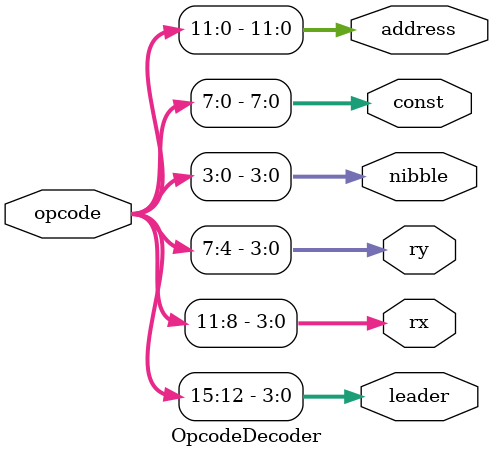
<source format=v>
`timescale 1ns / 1ps


module OpcodeDecoder (
    input [15:0] opcode,
    output [3:0] leader,
    output [3:0] rx,
    output [3:0] ry,
    output [3:0] nibble,
    output [7:0] const,
    output [11:0] address);

    assign leader = opcode[15:12];
    assign rx = opcode[11:8];
    assign ry = opcode[7:4];
    assign nibble = opcode[3:0];
    assign const = opcode[7:0];
    assign address = opcode[11:0];
endmodule

</source>
